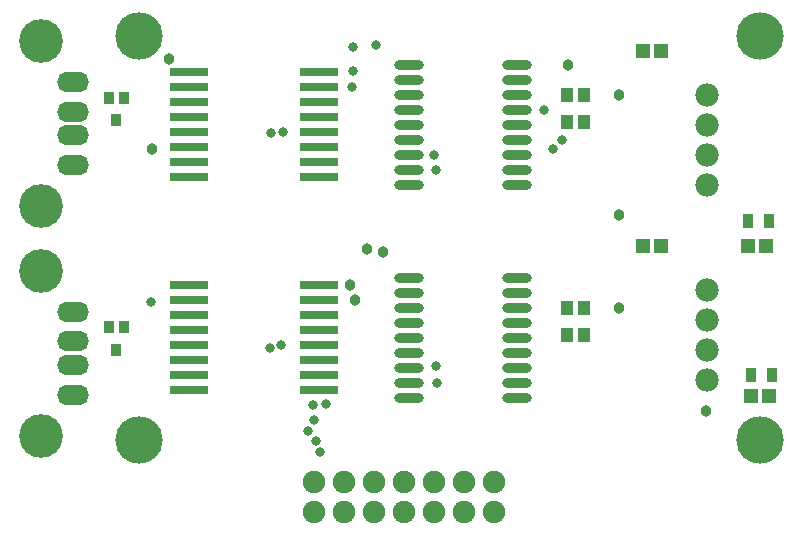
<source format=gts>
G04*
G04 #@! TF.GenerationSoftware,Altium Limited,Altium Designer,20.0.13 (296)*
G04*
G04 Layer_Color=8388736*
%FSLAX44Y44*%
%MOMM*%
G71*
G01*
G75*
%ADD16R,1.1032X1.3032*%
%ADD17R,0.9032X1.1032*%
%ADD18R,1.1532X1.2532*%
%ADD19R,0.9032X1.2032*%
%ADD20R,3.2032X0.7532*%
%ADD21O,2.5032X0.8032*%
%ADD22C,0.8382*%
%ADD23C,4.0132*%
%ADD24C,1.9812*%
%ADD25C,1.9032*%
%ADD26C,3.7032*%
%ADD27O,2.7032X1.7272*%
%ADD28C,0.9652*%
D16*
X468750Y137160D02*
D03*
X483750D02*
D03*
X468750Y114300D02*
D03*
X483750D02*
D03*
X468750Y294640D02*
D03*
X483750D02*
D03*
X468750Y317500D02*
D03*
X483750D02*
D03*
D17*
X94130Y120650D02*
D03*
X87630Y101650D02*
D03*
X81130Y120650D02*
D03*
Y314960D02*
D03*
X87630Y295960D02*
D03*
X94130Y314960D02*
D03*
D18*
X533770Y354329D02*
D03*
X548270D02*
D03*
X637170Y189230D02*
D03*
X622670D02*
D03*
X533770Y189229D02*
D03*
X548270D02*
D03*
X639710Y62230D02*
D03*
X625210D02*
D03*
D19*
X622690Y210820D02*
D03*
X639690D02*
D03*
X625230Y80010D02*
D03*
X642230D02*
D03*
D20*
X148835Y298450D02*
D03*
Y336550D02*
D03*
Y323850D02*
D03*
Y311150D02*
D03*
Y247650D02*
D03*
Y260350D02*
D03*
Y273050D02*
D03*
Y285750D02*
D03*
X258835Y273050D02*
D03*
Y311150D02*
D03*
Y285750D02*
D03*
Y336550D02*
D03*
Y323850D02*
D03*
Y298450D02*
D03*
Y247650D02*
D03*
Y260350D02*
D03*
X148835Y118110D02*
D03*
Y156210D02*
D03*
Y143510D02*
D03*
Y130810D02*
D03*
Y67310D02*
D03*
Y80010D02*
D03*
Y92710D02*
D03*
Y105410D02*
D03*
X258835Y92710D02*
D03*
Y130810D02*
D03*
Y105410D02*
D03*
Y156210D02*
D03*
Y143510D02*
D03*
Y118110D02*
D03*
Y67310D02*
D03*
Y80010D02*
D03*
D21*
X426500Y60960D02*
D03*
Y73660D02*
D03*
Y86360D02*
D03*
Y99060D02*
D03*
Y111760D02*
D03*
Y124460D02*
D03*
Y137160D02*
D03*
Y149860D02*
D03*
Y162560D02*
D03*
X335500Y60960D02*
D03*
Y73660D02*
D03*
Y86360D02*
D03*
Y99060D02*
D03*
Y111760D02*
D03*
Y124460D02*
D03*
Y137160D02*
D03*
Y149860D02*
D03*
Y162560D02*
D03*
X426500Y241300D02*
D03*
Y254000D02*
D03*
Y266700D02*
D03*
Y279400D02*
D03*
Y292100D02*
D03*
Y304800D02*
D03*
Y317500D02*
D03*
Y330200D02*
D03*
Y342900D02*
D03*
X335500Y241300D02*
D03*
Y254000D02*
D03*
Y266700D02*
D03*
Y279400D02*
D03*
Y292100D02*
D03*
Y304800D02*
D03*
Y317500D02*
D03*
Y330200D02*
D03*
Y342900D02*
D03*
D22*
X218023Y284897D02*
D03*
X228600Y285750D02*
D03*
X265430Y55880D02*
D03*
X255270Y41910D02*
D03*
X254000Y54610D02*
D03*
X250190Y33020D02*
D03*
X256540Y24765D02*
D03*
X260350Y15240D02*
D03*
X116840Y142240D02*
D03*
X287020Y323850D02*
D03*
X288290Y337820D02*
D03*
Y358140D02*
D03*
X307340Y359664D02*
D03*
X449580Y304800D02*
D03*
X464820Y279400D02*
D03*
X457200Y271780D02*
D03*
X227330Y105410D02*
D03*
X217304Y103005D02*
D03*
X358140Y87630D02*
D03*
X359410Y73660D02*
D03*
X356870Y266700D02*
D03*
X358140Y254000D02*
D03*
D23*
X632460Y367030D02*
D03*
Y25400D02*
D03*
X106680Y367030D02*
D03*
Y25400D02*
D03*
D24*
X588010Y317499D02*
D03*
Y292099D02*
D03*
Y266699D02*
D03*
Y241299D02*
D03*
Y152399D02*
D03*
Y126999D02*
D03*
Y101599D02*
D03*
Y76199D02*
D03*
D25*
X331470Y-35560D02*
D03*
X306070D02*
D03*
X280670D02*
D03*
X255270D02*
D03*
X331470Y-10160D02*
D03*
X306070D02*
D03*
X280670D02*
D03*
X255270D02*
D03*
X356870D02*
D03*
Y-35560D02*
D03*
X382270Y-10160D02*
D03*
Y-35560D02*
D03*
X407670Y-10160D02*
D03*
Y-35560D02*
D03*
D26*
X23700Y223210D02*
D03*
Y363210D02*
D03*
Y28900D02*
D03*
Y168900D02*
D03*
D27*
X50800Y258210D02*
D03*
Y283210D02*
D03*
Y303210D02*
D03*
Y328210D02*
D03*
Y63900D02*
D03*
Y88900D02*
D03*
Y108900D02*
D03*
Y133900D02*
D03*
D28*
X132080Y347980D02*
D03*
X469900Y342900D02*
D03*
X513080Y215900D02*
D03*
X118110Y271780D02*
D03*
X289560Y143510D02*
D03*
X285750Y156210D02*
D03*
X313690Y184150D02*
D03*
X299720Y186690D02*
D03*
X513080Y137160D02*
D03*
Y317500D02*
D03*
X586740Y49530D02*
D03*
M02*

</source>
